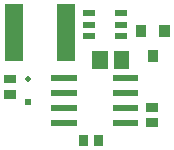
<source format=gbr>
G04 start of page 10 for group -4015 idx -4015 *
G04 Title: (unknown), toppaste *
G04 Creator: pcb 20140316 *
G04 CreationDate: Sat Sep  5 02:44:50 2015 UTC *
G04 For: dima *
G04 Format: Gerber/RS-274X *
G04 PCB-Dimensions (mil): 944.88 944.88 *
G04 PCB-Coordinate-Origin: lower left *
%MOIN*%
%FSLAX25Y25*%
%LNTOPPASTE*%
%ADD76R,0.0197X0.0197*%
%ADD75R,0.0340X0.0340*%
%ADD74R,0.0200X0.0200*%
%ADD73R,0.0512X0.0512*%
%ADD72R,0.0610X0.0610*%
%ADD71R,0.0295X0.0295*%
%ADD70C,0.0197*%
%ADD69C,0.0001*%
G54D69*G36*
X29519Y36117D02*Y34149D01*
X31488D01*
Y36117D01*
X29519D01*
G37*
G54D70*X30504Y43007D03*
G54D71*X24012Y37789D02*X24996D01*
X24012Y42907D02*X24996D01*
G54D72*X43263Y65002D02*Y51813D01*
X25744Y65002D02*Y51813D01*
G54D71*X54122Y22899D02*Y21915D01*
X49004Y22899D02*Y21915D01*
G54D73*X54503Y49600D02*Y48814D01*
X61589Y49600D02*Y48814D01*
G54D74*X39242Y43307D02*X45742D01*
X39242Y38307D02*X45742D01*
X39242Y33307D02*X45742D01*
X39242Y28307D02*X45742D01*
X59742D02*X66242D01*
X59742Y33307D02*X66242D01*
X59742Y38307D02*X66242D01*
X59742Y43307D02*X66242D01*
G54D71*X71212Y33466D02*X72196D01*
X71212Y28348D02*X72196D01*
G54D75*X76004Y59207D02*Y58607D01*
X68204Y59207D02*Y58607D01*
X72104Y51007D02*Y50407D01*
G54D76*X49771Y64769D02*X51837D01*
X49771Y61029D02*X51837D01*
X49771Y57289D02*X51837D01*
X60498Y64769D02*X62565D01*
X60498Y61029D02*X62565D01*
X60498Y57289D02*X62565D01*
M02*

</source>
